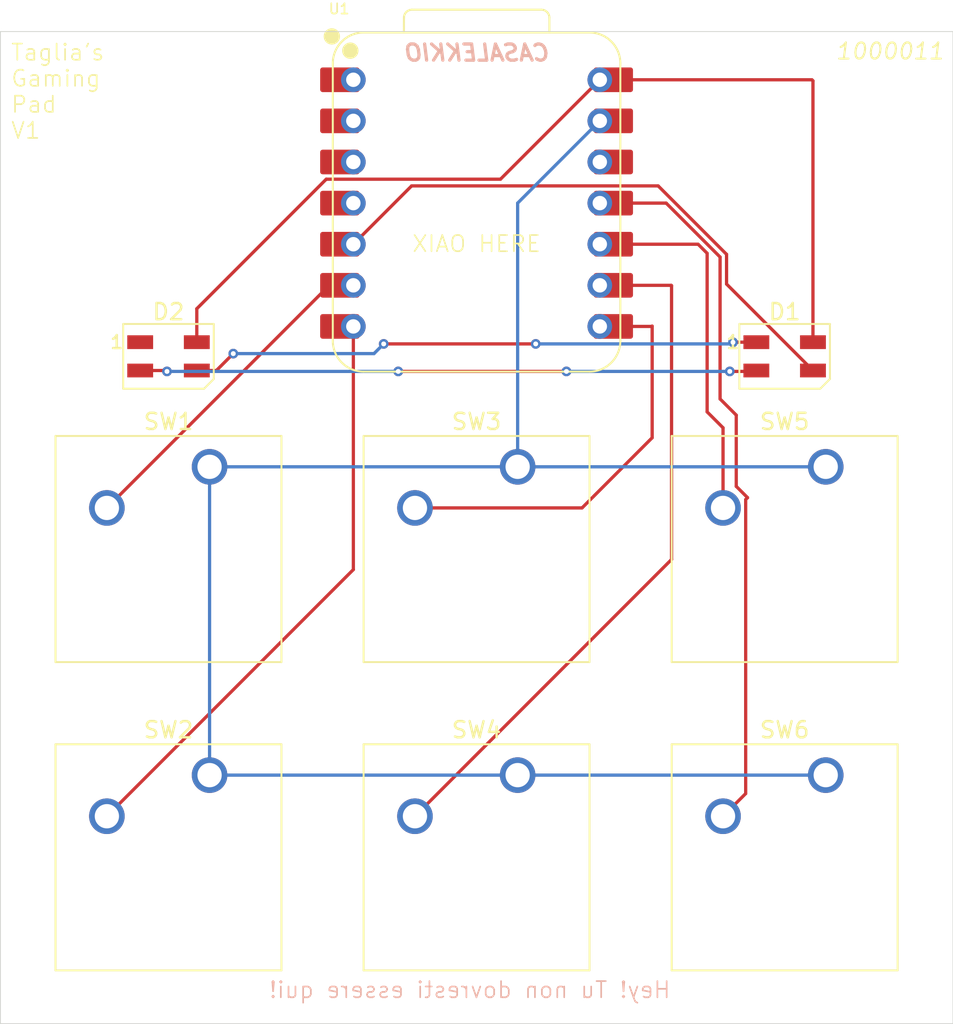
<source format=kicad_pcb>
(kicad_pcb (version 20241229) (generator "pcbnew") (generator_version "9.0")
  (layers (0 "F.Cu" signal) (2 "B.Cu" signal) (13 "F.Paste" user) (15 "B.Paste" user) (5 "F.SilkS" user "F.Silkscreen") (7 "B.SilkS" user "B.Silkscreen") (1 "F.Mask" user) (3 "B.Mask" user) (25 "Edge.Cuts" user))
  (net 0 "")
  (net 1 "Net-(D1-DIN)")
  (net 2 "Net-(D1-DOUT)")
  (net 3 "Net-(D1-VSS)")
  (net 4 "+5V")
  (net 6 "GND")
  (net 7 "Net-(U1-GPIO7{slash}SCL)")
  (net 8 "Net-(U1-GPIO0{slash}TX)")
  (net 9 "Net-(U1-GPIO1{slash}RX)")
  (net 10 "Net-(U1-GPIO2{slash}SCK)")
  (net 11 "Net-(U1-GPIO4{slash}MISO)")
  (net 12 "Net-(U1-GPIO3{slash}MOSI)")
  (footprint "Button_Switch_Keyboard:SW_Cherry_MX_1.00u_PCB" (layer "F.Cu") (at 181.13375 61.595)
    (property "Reference" "SW5" (at -2.54 -2.794 0) (layer "F.SilkS"))
    (property "Value" "SW_Push")
    (fp_line (start -9.525 -1.905) (end 4.445 -1.905) (stroke (width 0.12)) (layer "F.SilkS"))
    (fp_line (start -9.525 12.065) (end -9.525 -1.905) (stroke (width 0.12)) (layer "F.SilkS"))
    (fp_line (start 4.445 -1.905) (end 4.445 12.065) (stroke (width 0.12)) (layer "F.SilkS"))
    (fp_line (start 4.445 12.065) (end -9.525 12.065) (stroke (width 0.12)) (layer "F.SilkS"))
    (pad "" np_thru_hole circle (at -7.62 5.08) (size 1.7 1.7) (drill 1.7) (layers "*.Cu" "*.Mask"))
    (pad "" np_thru_hole circle (at -2.54 5.08) (size 4 4) (drill 4) (layers "*.Cu" "*.Mask"))
    (pad "" np_thru_hole circle (at 2.54 5.08) (size 1.7 1.7) (drill 1.7) (layers "*.Cu" "*.Mask"))
    (pad "1" thru_hole circle (at 0 0) (size 2.2 2.2) (drill 1.5) (layers "*.Cu" "*.Mask") (net 6 "GND"))
    (pad "2" thru_hole circle (at -6.35 2.54) (size 2.2 2.2) (drill 1.5) (layers "*.Cu" "*.Mask") (net 11 "Net-(U1-GPIO4{slash}MISO)"))
  )
  (footprint "LED_SMD:LED_SK6812MINI_PLCC4_3.5x3.5mm_P1.75mm" (layer "F.Cu") (at 178.59375 54.76875)
    (property "Reference" "D1" (at 0 -2.75 0) (layer "F.SilkS"))
    (property "Value" "SK6812MINI")
    (fp_line (start -2.8 -2) (end -2.8 2) (stroke (width 0.12)) (layer "F.SilkS"))
    (fp_line (start -2.8 -2) (end 2.8 -2) (stroke (width 0.12)) (layer "F.SilkS"))
    (fp_line (start -2.8 2) (end 2.2 2) (stroke (width 0.12)) (layer "F.SilkS"))
    (fp_line (start 2.8 1.4) (end 2.2 2) (stroke (width 0.12)) (layer "F.SilkS"))
    (fp_line (start 2.8 1.4) (end 2.8 -2) (stroke (width 0.12)) (layer "F.SilkS"))
    (fp_text user "1" (at -3.2 -0.875 0) (layer "F.SilkS") (effects (font (size 0.8 0.8))))
    (pad "1" smd rect (at -1.75 -0.875) (size 1.6 0.85) (layers "F.Cu" "F.Mask" "F.Paste") (net 2 "Net-(D1-DOUT)"))
    (pad "2" smd rect (at -1.75 0.875) (size 1.6 0.85) (layers "F.Cu" "F.Mask" "F.Paste") (net 3 "Net-(D1-VSS)"))
    (pad "3" smd rect (at 1.75 0.875) (size 1.6 0.85) (layers "F.Cu" "F.Mask" "F.Paste") (net 1 "Net-(D1-DIN)"))
    (pad "4" smd rect (at 1.75 -0.875) (size 1.6 0.85) (layers "F.Cu" "F.Mask" "F.Paste") (net 4 "+5V"))
  )
  (footprint "Button_Switch_Keyboard:SW_Cherry_MX_1.00u_PCB" (layer "F.Cu") (at 162.08375 61.595)
    (property "Reference" "SW3" (at -2.54 -2.794 0) (layer "F.SilkS"))
    (property "Value" "SW_Push")
    (fp_line (start -9.525 -1.905) (end 4.445 -1.905) (stroke (width 0.12)) (layer "F.SilkS"))
    (fp_line (start -9.525 12.065) (end -9.525 -1.905) (stroke (width 0.12)) (layer "F.SilkS"))
    (fp_line (start 4.445 -1.905) (end 4.445 12.065) (stroke (width 0.12)) (layer "F.SilkS"))
    (fp_line (start 4.445 12.065) (end -9.525 12.065) (stroke (width 0.12)) (layer "F.SilkS"))
    (pad "" np_thru_hole circle (at -7.62 5.08) (size 1.7 1.7) (drill 1.7) (layers "*.Cu" "*.Mask"))
    (pad "" np_thru_hole circle (at -2.54 5.08) (size 4 4) (drill 4) (layers "*.Cu" "*.Mask"))
    (pad "" np_thru_hole circle (at 2.54 5.08) (size 1.7 1.7) (drill 1.7) (layers "*.Cu" "*.Mask"))
    (pad "1" thru_hole circle (at 0 0) (size 2.2 2.2) (drill 1.5) (layers "*.Cu" "*.Mask") (net 6 "GND"))
    (pad "2" thru_hole circle (at -6.35 2.54) (size 2.2 2.2) (drill 1.5) (layers "*.Cu" "*.Mask") (net 9 "Net-(U1-GPIO1{slash}RX)"))
  )
  (footprint "Button_Switch_Keyboard:SW_Cherry_MX_1.00u_PCB" (layer "F.Cu") (at 162.08375 80.645)
    (property "Reference" "SW4" (at -2.54 -2.794 0) (layer "F.SilkS"))
    (property "Value" "SW_Push")
    (fp_line (start -9.525 -1.905) (end 4.445 -1.905) (stroke (width 0.12)) (layer "F.SilkS"))
    (fp_line (start -9.525 12.065) (end -9.525 -1.905) (stroke (width 0.12)) (layer "F.SilkS"))
    (fp_line (start 4.445 -1.905) (end 4.445 12.065) (stroke (width 0.12)) (layer "F.SilkS"))
    (fp_line (start 4.445 12.065) (end -9.525 12.065) (stroke (width 0.12)) (layer "F.SilkS"))
    (pad "" np_thru_hole circle (at -7.62 5.08) (size 1.7 1.7) (drill 1.7) (layers "*.Cu" "*.Mask"))
    (pad "" np_thru_hole circle (at -2.54 5.08) (size 4 4) (drill 4) (layers "*.Cu" "*.Mask"))
    (pad "" np_thru_hole circle (at 2.54 5.08) (size 1.7 1.7) (drill 1.7) (layers "*.Cu" "*.Mask"))
    (pad "1" thru_hole circle (at 0 0) (size 2.2 2.2) (drill 1.5) (layers "*.Cu" "*.Mask") (net 6 "GND"))
    (pad "2" thru_hole circle (at -6.35 2.54) (size 2.2 2.2) (drill 1.5) (layers "*.Cu" "*.Mask") (net 10 "Net-(U1-GPIO2{slash}SCK)"))
  )
  (footprint "Seeed Studio XIAO Series Library:XIAO-RP2040-DIP" (layer "F.Cu") (at 159.54375 45.3)
    (property "Reference" "U1" (at -8.5 -12 0) (layer "F.SilkS") (effects (font (size 0.635 0.635) (thickness 0.1016))))
    (property "Value" "XIAO-RP2040-DIP")
    (fp_line (start -8.89 8.509) (end -8.89 -8.636) (stroke (width 0.127)) (layer "F.SilkS"))
    (fp_line (start -6.985 10.414) (end 6.985 10.414) (stroke (width 0.127)) (layer "F.SilkS"))
    (fp_line (start -4.495 -10.541) (end -4.491272 -11.451272) (stroke (width 0.127)) (layer "F.SilkS"))
    (fp_line (start -3.991272 -11.951) (end 4.004 -11.951) (stroke (width 0.127)) (layer "F.SilkS"))
    (fp_line (start 4.504 -11.451) (end 4.504 -10.541) (stroke (width 0.127)) (layer "F.SilkS"))
    (fp_line (start 6.985 -10.541) (end -6.985 -10.541) (stroke (width 0.1)) (layer "F.SilkS"))
    (fp_line (start 6.985 -10.541) (end -6.985 -10.541) (stroke (width 0.127)) (layer "F.SilkS"))
    (fp_line (start 8.89 8.509) (end 8.89 -8.636) (stroke (width 0.127)) (layer "F.SilkS"))
    (fp_arc (start -8.89 -8.636) (mid -8.332038 -9.983038) (end -6.985 -10.541) (stroke (width 0.127)) (layer "F.SilkS"))
    (fp_arc (start -6.985 10.414) (mid -8.332038 9.856038) (end -8.89 8.509) (stroke (width 0.127)) (layer "F.SilkS"))
    (fp_arc (start -4.491272 -11.451272) (mid -4.344728 -11.80464) (end -3.991272 -11.951) (stroke (width 0.127)) (layer "F.SilkS"))
    (fp_arc (start 4.004 -11.951) (mid 4.357553 -11.804553) (end 4.504 -11.451) (stroke (width 0.127)) (layer "F.SilkS"))
    (fp_arc (start 6.985 -10.541) (mid 8.332038 -9.983038) (end 8.89 -8.636) (stroke (width 0.127)) (layer "F.SilkS"))
    (fp_arc (start 8.89 8.509) (mid 8.332038 9.856038) (end 6.985 10.414) (stroke (width 0.127)) (layer "F.SilkS"))
    (fp_circle (center -8.95 -10.3) (end -8.95 -10.554) (stroke (width 0.5)) (fill yes) (layer "F.SilkS"))
    (fp_circle (center -7.807 -9.42) (end -7.807 -9.674) (stroke (width 0.5)) (fill yes) (layer "F.SilkS"))
    (pad "1" smd roundrect (at -8.455 -7.62 180) (size 2.432 1.524) (layers "F.Cu" "F.Mask") (roundrect_rratio 0.1))
    (pad "1" thru_hole circle (at -7.62 -7.62 180) (size 1.524 1.524) (drill 0.889) (layers "*.Cu" "*.Mask"))
    (pad "2" smd roundrect (at -8.455 -5.08 180) (size 2.432 1.524) (layers "F.Cu" "F.Mask") (roundrect_rratio 0.1))
    (pad "2" thru_hole circle (at -7.62 -5.08 180) (size 1.524 1.524) (drill 0.889) (layers "*.Cu" "*.Mask"))
    (pad "3" smd roundrect (at -8.455 -2.54 180) (size 2.432 1.524) (layers "F.Cu" "F.Mask") (roundrect_rratio 0.1))
    (pad "3" thru_hole circle (at -7.62 -2.54 180) (size 1.524 1.524) (drill 0.889) (layers "*.Cu" "*.Mask"))
    (pad "4" smd roundrect (at -8.455 0 180) (size 2.432 1.524) (layers "F.Cu" "F.Mask") (roundrect_rratio 0.1))
    (pad "4" thru_hole circle (at -7.62 0 180) (size 1.524 1.524) (drill 0.889) (layers "*.Cu" "*.Mask"))
    (pad "5" smd roundrect (at -8.455 2.54 180) (size 2.432 1.524) (layers "F.Cu" "F.Mask") (roundrect_rratio 0.1) (net 1 "Net-(D1-DIN)"))
    (pad "5" thru_hole circle (at -7.62 2.54 180) (size 1.524 1.524) (drill 0.889) (layers "*.Cu" "*.Mask") (net 1 "Net-(D1-DIN)"))
    (pad "6" smd roundrect (at -8.455 5.08 180) (size 2.432 1.524) (layers "F.Cu" "F.Mask") (roundrect_rratio 0.1) (net 7 "Net-(U1-GPIO7{slash}SCL)"))
    (pad "6" thru_hole circle (at -7.62 5.08 180) (size 1.524 1.524) (drill 0.889) (layers "*.Cu" "*.Mask") (net 7 "Net-(U1-GPIO7{slash}SCL)"))
    (pad "7" smd roundrect (at -8.455 7.62 180) (size 2.432 1.524) (layers "F.Cu" "F.Mask") (roundrect_rratio 0.1) (net 8 "Net-(U1-GPIO0{slash}TX)"))
    (pad "7" thru_hole circle (at -7.62 7.62 180) (size 1.524 1.524) (drill 0.889) (layers "*.Cu" "*.Mask") (net 8 "Net-(U1-GPIO0{slash}TX)"))
    (pad "8" thru_hole circle (at 7.62 7.62) (size 1.524 1.524) (drill 0.889) (layers "*.Cu" "*.Mask") (net 9 "Net-(U1-GPIO1{slash}RX)"))
    (pad "8" smd roundrect (at 8.455 7.62) (size 2.432 1.524) (layers "F.Cu" "F.Mask") (roundrect_rratio 0.1) (net 9 "Net-(U1-GPIO1{slash}RX)"))
    (pad "9" thru_hole circle (at 7.62 5.08) (size 1.524 1.524) (drill 0.889) (layers "*.Cu" "*.Mask") (net 10 "Net-(U1-GPIO2{slash}SCK)"))
    (pad "9" smd roundrect (at 8.455 5.08) (size 2.432 1.524) (layers "F.Cu" "F.Mask") (roundrect_rratio 0.1) (net 10 "Net-(U1-GPIO2{slash}SCK)"))
    (pad "10" thru_hole circle (at 7.62 2.54) (size 1.524 1.524) (drill 0.889) (layers "*.Cu" "*.Mask") (net 11 "Net-(U1-GPIO4{slash}MISO)"))
    (pad "10" smd roundrect (at 8.455 2.54) (size 2.432 1.524) (layers "F.Cu" "F.Mask") (roundrect_rratio 0.1) (net 11 "Net-(U1-GPIO4{slash}MISO)"))
    (pad "11" thru_hole circle (at 7.62 0) (size 1.524 1.524) (drill 0.889) (layers "*.Cu" "*.Mask") (net 12 "Net-(U1-GPIO3{slash}MOSI)"))
    (pad "11" smd roundrect (at 8.455 0) (size 2.432 1.524) (layers "F.Cu" "F.Mask") (roundrect_rratio 0.1) (net 12 "Net-(U1-GPIO3{slash}MOSI)"))
    (pad "12" thru_hole circle (at 7.62 -2.54) (size 1.524 1.524) (drill 0.889) (layers "*.Cu" "*.Mask"))
    (pad "12" smd roundrect (at 8.455 -2.54) (size 2.432 1.524) (layers "F.Cu" "F.Mask") (roundrect_rratio 0.1))
    (pad "13" thru_hole circle (at 7.62 -5.08) (size 1.524 1.524) (drill 0.889) (layers "*.Cu" "*.Mask") (net 6 "GND"))
    (pad "13" smd roundrect (at 8.455 -5.08) (size 2.432 1.524) (layers "F.Cu" "F.Mask") (roundrect_rratio 0.1) (net 6 "GND"))
    (pad "14" thru_hole circle (at 7.62 -7.62) (size 1.524 1.524) (drill 0.889) (layers "*.Cu" "*.Mask") (net 4 "+5V"))
    (pad "14" smd roundrect (at 8.455 -7.62) (size 2.432 1.524) (layers "F.Cu" "F.Mask") (roundrect_rratio 0.1) (net 4 "+5V"))
  )
  (footprint "LED_SMD:LED_SK6812MINI_PLCC4_3.5x3.5mm_P1.75mm" (layer "F.Cu") (at 140.49375 54.76875)
    (property "Reference" "D2" (at 0 -2.75 0) (layer "F.SilkS"))
    (property "Value" "SK6812MINI")
    (fp_line (start -2.8 -2) (end -2.8 2) (stroke (width 0.12)) (layer "F.SilkS"))
    (fp_line (start -2.8 -2) (end 2.8 -2) (stroke (width 0.12)) (layer "F.SilkS"))
    (fp_line (start -2.8 2) (end 2.2 2) (stroke (width 0.12)) (layer "F.SilkS"))
    (fp_line (start 2.8 1.4) (end 2.2 2) (stroke (width 0.12)) (layer "F.SilkS"))
    (fp_line (start 2.8 1.4) (end 2.8 -2) (stroke (width 0.12)) (layer "F.SilkS"))
    (fp_text user "1" (at -3.2 -0.875 0) (layer "F.SilkS") (effects (font (size 0.8 0.8))))
    (pad "1" smd rect (at -1.75 -0.875) (size 1.6 0.85) (layers "F.Cu" "F.Mask" "F.Paste"))
    (pad "2" smd rect (at -1.75 0.875) (size 1.6 0.85) (layers "F.Cu" "F.Mask" "F.Paste") (net 3 "Net-(D1-VSS)"))
    (pad "3" smd rect (at 1.75 0.875) (size 1.6 0.85) (layers "F.Cu" "F.Mask" "F.Paste") (net 2 "Net-(D1-DOUT)"))
    (pad "4" smd rect (at 1.75 -0.875) (size 1.6 0.85) (layers "F.Cu" "F.Mask" "F.Paste") (net 4 "+5V"))
  )
  (footprint "Button_Switch_Keyboard:SW_Cherry_MX_1.00u_PCB" (layer "F.Cu") (at 181.13375 80.645)
    (property "Reference" "SW6" (at -2.54 -2.794 0) (layer "F.SilkS"))
    (property "Value" "SW_Push")
    (fp_line (start -9.525 -1.905) (end 4.445 -1.905) (stroke (width 0.12)) (layer "F.SilkS"))
    (fp_line (start -9.525 12.065) (end -9.525 -1.905) (stroke (width 0.12)) (layer "F.SilkS"))
    (fp_line (start 4.445 -1.905) (end 4.445 12.065) (stroke (width 0.12)) (layer "F.SilkS"))
    (fp_line (start 4.445 12.065) (end -9.525 12.065) (stroke (width 0.12)) (layer "F.SilkS"))
    (pad "" np_thru_hole circle (at -7.62 5.08) (size 1.7 1.7) (drill 1.7) (layers "*.Cu" "*.Mask"))
    (pad "" np_thru_hole circle (at -2.54 5.08) (size 4 4) (drill 4) (layers "*.Cu" "*.Mask"))
    (pad "" np_thru_hole circle (at 2.54 5.08) (size 1.7 1.7) (drill 1.7) (layers "*.Cu" "*.Mask"))
    (pad "1" thru_hole circle (at 0 0) (size 2.2 2.2) (drill 1.5) (layers "*.Cu" "*.Mask") (net 6 "GND"))
    (pad "2" thru_hole circle (at -6.35 2.54) (size 2.2 2.2) (drill 1.5) (layers "*.Cu" "*.Mask") (net 12 "Net-(U1-GPIO3{slash}MOSI)"))
  )
  (footprint "Button_Switch_Keyboard:SW_Cherry_MX_1.00u_PCB" (layer "F.Cu") (at 143.03375 61.595)
    (property "Reference" "SW1" (at -2.54 -2.794 0) (layer "F.SilkS"))
    (property "Value" "SW_Push")
    (fp_line (start -9.525 -1.905) (end 4.445 -1.905) (stroke (width 0.12)) (layer "F.SilkS"))
    (fp_line (start -9.525 12.065) (end -9.525 -1.905) (stroke (width 0.12)) (layer "F.SilkS"))
    (fp_line (start 4.445 -1.905) (end 4.445 12.065) (stroke (width 0.12)) (layer "F.SilkS"))
    (fp_line (start 4.445 12.065) (end -9.525 12.065) (stroke (width 0.12)) (layer "F.SilkS"))
    (pad "" np_thru_hole circle (at -7.62 5.08) (size 1.7 1.7) (drill 1.7) (layers "*.Cu" "*.Mask"))
    (pad "" np_thru_hole circle (at -2.54 5.08) (size 4 4) (drill 4) (layers "*.Cu" "*.Mask"))
    (pad "" np_thru_hole circle (at 2.54 5.08) (size 1.7 1.7) (drill 1.7) (layers "*.Cu" "*.Mask"))
    (pad "1" thru_hole circle (at 0 0) (size 2.2 2.2) (drill 1.5) (layers "*.Cu" "*.Mask") (net 6 "GND"))
    (pad "2" thru_hole circle (at -6.35 2.54) (size 2.2 2.2) (drill 1.5) (layers "*.Cu" "*.Mask") (net 7 "Net-(U1-GPIO7{slash}SCL)"))
  )
  (footprint "Button_Switch_Keyboard:SW_Cherry_MX_1.00u_PCB" (layer "F.Cu") (at 143.03375 80.645)
    (property "Reference" "SW2" (at -2.54 -2.794 0) (layer "F.SilkS"))
    (property "Value" "SW_Push")
    (fp_line (start -9.525 -1.905) (end 4.445 -1.905) (stroke (width 0.12)) (layer "F.SilkS"))
    (fp_line (start -9.525 12.065) (end -9.525 -1.905) (stroke (width 0.12)) (layer "F.SilkS"))
    (fp_line (start 4.445 -1.905) (end 4.445 12.065) (stroke (width 0.12)) (layer "F.SilkS"))
    (fp_line (start 4.445 12.065) (end -9.525 12.065) (stroke (width 0.12)) (layer "F.SilkS"))
    (pad "" np_thru_hole circle (at -7.62 5.08) (size 1.7 1.7) (drill 1.7) (layers "*.Cu" "*.Mask"))
    (pad "" np_thru_hole circle (at -2.54 5.08) (size 4 4) (drill 4) (layers "*.Cu" "*.Mask"))
    (pad "" np_thru_hole circle (at 2.54 5.08) (size 1.7 1.7) (drill 1.7) (layers "*.Cu" "*.Mask"))
    (pad "1" thru_hole circle (at 0 0) (size 2.2 2.2) (drill 1.5) (layers "*.Cu" "*.Mask") (net 6 "GND"))
    (pad "2" thru_hole circle (at -6.35 2.54) (size 2.2 2.2) (drill 1.5) (layers "*.Cu" "*.Mask") (net 8 "Net-(U1-GPIO0{slash}TX)"))
  )
  (gr_rect (start 130.1 34.7) (end 189 96) (stroke (width 0.05)) (fill no) (layer "Edge.Cuts"))
  (gr_text "1000011" (at 181.7 36.5 0) (layer "F.SilkS") (effects (font (size 1 1) (thickness 0.125) (italic yes)) (justify left bottom)))
  (gr_text "XIAO HERE" (at 155.5 48.4 0) (layer "F.SilkS") (effects (font (size 1 1) (thickness 0.1)) (justify left bottom)))
  (gr_text "Taglia's \nGaming\nPad\nV1" (at 130.7 41.4 0) (layer "F.SilkS") (effects (font (size 1 1) (thickness 0.1)) (justify left bottom)))
  (gr_text "Hey! Tu non dovresti essere qui!" (at 171.6 94.5 0) (layer "B.SilkS") (effects (font (size 1 1) (thickness 0.1)) (justify left bottom mirror)))
  (gr_text "CASALEKKIO" (at 164.2 36.6 0) (layer "B.SilkS") (effects (font (size 1 1) (thickness 0.2) (bold yes) (italic yes)) (justify left bottom mirror)))
  (segment (start 180.34375 55.64375) (end 175.001 50.301) (width 0.2) (layer "F.Cu") (net 1))
  (segment (start 175.001 50.301) (end 175.001 48.4668) (width 0.2) (layer "F.Cu") (net 1))
  (segment (start 175.001 48.4668) (end 170.7712 44.237) (width 0.2) (layer "F.Cu") (net 1))
  (segment (start 155.52675 44.237) (end 151.92375 47.84) (width 0.2) (layer "F.Cu") (net 1))
  (segment (start 170.7712 44.237) (end 155.52675 44.237) (width 0.2) (layer "F.Cu") (net 1))
  (segment (start 175.40625 53.89375) (end 175.4 53.9) (width 0.2) (layer "F.Cu") (net 2))
  (segment (start 176.84375 53.89375) (end 175.40625 53.89375) (width 0.2) (layer "F.Cu") (net 2))
  (segment (start 144.5 54.6) (end 143.45625 55.64375) (width 0.2) (layer "F.Cu") (net 2))
  (segment (start 143.45625 55.64375) (end 142.24375 55.64375) (width 0.2) (layer "F.Cu") (net 2))
  (segment (start 163.2 54) (end 153.8 54) (width 0.2) (layer "F.Cu") (net 2))
  (via (at 153.8 54) (size 0.6) (drill 0.3) (layers "F.Cu" "B.Cu") (net 2))
  (via (at 175.4 53.9) (size 0.6) (drill 0.3) (layers "F.Cu" "B.Cu") (net 2))
  (via (at 144.5 54.6) (size 0.6) (drill 0.3) (layers "F.Cu" "B.Cu") (net 2))
  (via (at 163.2 54) (size 0.6) (drill 0.3) (layers "F.Cu" "B.Cu") (net 2))
  (segment (start 175.4 53.9) (end 175.3 54) (width 0.2) (layer "B.Cu") (net 2))
  (segment (start 175.3 54) (end 163.2 54) (width 0.2) (layer "B.Cu") (net 2))
  (segment (start 153.8 54) (end 153.2 54.6) (width 0.2) (layer "B.Cu") (net 2))
  (segment (start 153.2 54.6) (end 144.5 54.6) (width 0.2) (layer "B.Cu") (net 2))
  (segment (start 140.34375 55.64375) (end 140.4 55.7) (width 0.2) (layer "F.Cu") (net 3))
  (segment (start 154.7 55.7) (end 165.1 55.7) (width 0.2) (layer "F.Cu") (net 3))
  (segment (start 176.7875 55.7) (end 176.84375 55.64375) (width 0.2) (layer "F.Cu") (net 3))
  (segment (start 175.2 55.7) (end 176.7875 55.7) (width 0.2) (layer "F.Cu") (net 3))
  (segment (start 138.74375 55.64375) (end 140.34375 55.64375) (width 0.2) (layer "F.Cu") (net 3))
  (via (at 175.2 55.7) (size 0.6) (drill 0.3) (layers "F.Cu" "B.Cu") (net 3))
  (via (at 165.1 55.7) (size 0.6) (drill 0.3) (layers "F.Cu" "B.Cu") (net 3))
  (via (at 140.4 55.7) (size 0.6) (drill 0.3) (layers "F.Cu" "B.Cu") (net 3))
  (via (at 154.7 55.7) (size 0.6) (drill 0.3) (layers "F.Cu" "B.Cu") (net 3))
  (segment (start 140.4 55.7) (end 154.7 55.7) (width 0.2) (layer "B.Cu") (net 3))
  (segment (start 165.1 55.7) (end 175.2 55.7) (width 0.2) (layer "B.Cu") (net 3))
  (segment (start 150.247124 43.823) (end 161.02075 43.823) (width 0.2) (layer "F.Cu") (net 4))
  (segment (start 161.02075 43.823) (end 167.16375 37.68) (width 0.2) (layer "F.Cu") (net 4))
  (segment (start 142.24375 53.89375) (end 142.24375 51.826374) (width 0.2) (layer "F.Cu") (net 4))
  (segment (start 180.34375 53.89375) (end 180.34375 37.74375) (width 0.2) (layer "F.Cu") (net 4))
  (segment (start 180.34375 37.74375) (end 180.28 37.68) (width 0.2) (layer "F.Cu") (net 4))
  (segment (start 142.24375 51.826374) (end 150.247124 43.823) (width 0.2) (layer "F.Cu") (net 4))
  (segment (start 180.28 37.68) (end 167.99875 37.68) (width 0.2) (layer "F.Cu") (net 4))
  (segment (start 143.03375 61.595) (end 143.03375 80.645) (width 0.2) (layer "B.Cu") (net 6))
  (segment (start 143.03375 80.645) (end 162.08375 80.645) (width 0.2) (layer "B.Cu") (net 6))
  (segment (start 162.08375 61.595) (end 143.03375 61.595) (width 0.2) (layer "B.Cu") (net 6))
  (segment (start 162.08375 80.645) (end 181.13375 80.645) (width 0.2) (layer "B.Cu") (net 6))
  (segment (start 162.08375 45.3) (end 167.16375 40.22) (width 0.2) (layer "B.Cu") (net 6))
  (segment (start 181.13375 61.595) (end 162.08375 61.595) (width 0.2) (layer "B.Cu") (net 6))
  (segment (start 162.08375 61.595) (end 162.08375 45.3) (width 0.2) (layer "B.Cu") (net 6))
  (segment (start 150.43875 50.38) (end 151.92375 50.38) (width 0.2) (layer "F.Cu") (net 7))
  (segment (start 136.68375 64.135) (end 150.43875 50.38) (width 0.2) (layer "F.Cu") (net 7))
  (segment (start 136.68375 83.185) (end 151.92375 67.945) (width 0.2) (layer "F.Cu") (net 8))
  (segment (start 151.92375 67.945) (end 151.92375 52.92) (width 0.2) (layer "F.Cu") (net 8))
  (segment (start 170.4 52.9) (end 170.38 52.92) (width 0.2) (layer "F.Cu") (net 9))
  (segment (start 170.38 52.92) (end 167.99875 52.92) (width 0.2) (layer "F.Cu") (net 9))
  (segment (start 155.73375 64.135) (end 166.065 64.135) (width 0.2) (layer "F.Cu") (net 9))
  (segment (start 170.4 59.8) (end 170.4 52.9) (width 0.2) (layer "F.Cu") (net 9))
  (segment (start 166.065 64.135) (end 170.4 59.8) (width 0.2) (layer "F.Cu") (net 9))
  (segment (start 171.6 50.4) (end 171.58 50.38) (width 0.2) (layer "F.Cu") (net 10))
  (segment (start 171.6 67.31875) (end 171.6 50.4) (width 0.2) (layer "F.Cu") (net 10))
  (segment (start 171.58 50.38) (end 167.99875 50.38) (width 0.2) (layer "F.Cu") (net 10))
  (segment (start 155.73375 83.185) (end 171.6 67.31875) (width 0.2) (layer "F.Cu") (net 10))
  (segment (start 173.24 47.84) (end 167.99875 47.84) (width 0.2) (layer "F.Cu") (net 11))
  (segment (start 174.78375 64.135) (end 174.78375 59.18375) (width 0.2) (layer "F.Cu") (net 11))
  (segment (start 173.8 58.2) (end 173.8 48.4) (width 0.2) (layer "F.Cu") (net 11))
  (segment (start 174.78375 59.18375) (end 173.8 58.2) (width 0.2) (layer "F.Cu") (net 11))
  (segment (start 173.8 48.4) (end 173.24 47.84) (width 0.2) (layer "F.Cu") (net 11))
  (segment (start 175.6 58.4) (end 174.6 57.4) (width 0.2) (layer "F.Cu") (net 12))
  (segment (start 176.3 63.5) (end 175.6 62.8) (width 0.2) (layer "F.Cu") (net 12))
  (segment (start 174.6 48.6329) (end 171.2671 45.3) (width 0.2) (layer "F.Cu") (net 12))
  (segment (start 171.2671 45.3) (end 167.99875 45.3) (width 0.2) (layer "F.Cu") (net 12))
  (segment (start 176.18475 81.784) (end 176.18475 63.61525) (width 0.2) (layer "F.Cu") (net 12))
  (segment (start 174.6 57.4) (end 174.6 48.6329) (width 0.2) (layer "F.Cu") (net 12))
  (segment (start 175.6 62.8) (end 175.6 58.4) (width 0.2) (layer "F.Cu") (net 12))
  (segment (start 174.78375 83.185) (end 176.18475 81.784) (width 0.2) (layer "F.Cu") (net 12))
  (segment (start 176.18475 63.61525) (end 176.3 63.5) (width 0.2) (layer "F.Cu") (net 12))
)
</source>
